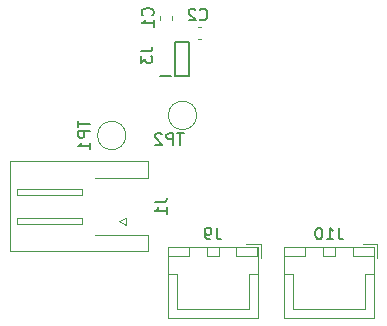
<source format=gbr>
%TF.GenerationSoftware,KiCad,Pcbnew,8.0.8*%
%TF.CreationDate,2025-02-05T17:51:18+01:00*%
%TF.ProjectId,Janus_finalV,4a616e75-735f-4666-996e-616c562e6b69,rev?*%
%TF.SameCoordinates,Original*%
%TF.FileFunction,Legend,Bot*%
%TF.FilePolarity,Positive*%
%FSLAX46Y46*%
G04 Gerber Fmt 4.6, Leading zero omitted, Abs format (unit mm)*
G04 Created by KiCad (PCBNEW 8.0.8) date 2025-02-05 17:51:18*
%MOMM*%
%LPD*%
G01*
G04 APERTURE LIST*
%ADD10C,0.150000*%
%ADD11C,0.120000*%
%ADD12C,0.200000*%
G04 APERTURE END LIST*
D10*
X126211904Y-72604819D02*
X125640476Y-72604819D01*
X125926190Y-73604819D02*
X125926190Y-72604819D01*
X125307142Y-73604819D02*
X125307142Y-72604819D01*
X125307142Y-72604819D02*
X124926190Y-72604819D01*
X124926190Y-72604819D02*
X124830952Y-72652438D01*
X124830952Y-72652438D02*
X124783333Y-72700057D01*
X124783333Y-72700057D02*
X124735714Y-72795295D01*
X124735714Y-72795295D02*
X124735714Y-72938152D01*
X124735714Y-72938152D02*
X124783333Y-73033390D01*
X124783333Y-73033390D02*
X124830952Y-73081009D01*
X124830952Y-73081009D02*
X124926190Y-73128628D01*
X124926190Y-73128628D02*
X125307142Y-73128628D01*
X124354761Y-72700057D02*
X124307142Y-72652438D01*
X124307142Y-72652438D02*
X124211904Y-72604819D01*
X124211904Y-72604819D02*
X123973809Y-72604819D01*
X123973809Y-72604819D02*
X123878571Y-72652438D01*
X123878571Y-72652438D02*
X123830952Y-72700057D01*
X123830952Y-72700057D02*
X123783333Y-72795295D01*
X123783333Y-72795295D02*
X123783333Y-72890533D01*
X123783333Y-72890533D02*
X123830952Y-73033390D01*
X123830952Y-73033390D02*
X124402380Y-73604819D01*
X124402380Y-73604819D02*
X123783333Y-73604819D01*
X128983333Y-80604819D02*
X128983333Y-81319104D01*
X128983333Y-81319104D02*
X129030952Y-81461961D01*
X129030952Y-81461961D02*
X129126190Y-81557200D01*
X129126190Y-81557200D02*
X129269047Y-81604819D01*
X129269047Y-81604819D02*
X129364285Y-81604819D01*
X128459523Y-81604819D02*
X128269047Y-81604819D01*
X128269047Y-81604819D02*
X128173809Y-81557200D01*
X128173809Y-81557200D02*
X128126190Y-81509580D01*
X128126190Y-81509580D02*
X128030952Y-81366723D01*
X128030952Y-81366723D02*
X127983333Y-81176247D01*
X127983333Y-81176247D02*
X127983333Y-80795295D01*
X127983333Y-80795295D02*
X128030952Y-80700057D01*
X128030952Y-80700057D02*
X128078571Y-80652438D01*
X128078571Y-80652438D02*
X128173809Y-80604819D01*
X128173809Y-80604819D02*
X128364285Y-80604819D01*
X128364285Y-80604819D02*
X128459523Y-80652438D01*
X128459523Y-80652438D02*
X128507142Y-80700057D01*
X128507142Y-80700057D02*
X128554761Y-80795295D01*
X128554761Y-80795295D02*
X128554761Y-81033390D01*
X128554761Y-81033390D02*
X128507142Y-81128628D01*
X128507142Y-81128628D02*
X128459523Y-81176247D01*
X128459523Y-81176247D02*
X128364285Y-81223866D01*
X128364285Y-81223866D02*
X128173809Y-81223866D01*
X128173809Y-81223866D02*
X128078571Y-81176247D01*
X128078571Y-81176247D02*
X128030952Y-81128628D01*
X128030952Y-81128628D02*
X127983333Y-81033390D01*
X123754819Y-78466666D02*
X124469104Y-78466666D01*
X124469104Y-78466666D02*
X124611961Y-78419047D01*
X124611961Y-78419047D02*
X124707200Y-78323809D01*
X124707200Y-78323809D02*
X124754819Y-78180952D01*
X124754819Y-78180952D02*
X124754819Y-78085714D01*
X124754819Y-79466666D02*
X124754819Y-78895238D01*
X124754819Y-79180952D02*
X123754819Y-79180952D01*
X123754819Y-79180952D02*
X123897676Y-79085714D01*
X123897676Y-79085714D02*
X123992914Y-78990476D01*
X123992914Y-78990476D02*
X124040533Y-78895238D01*
X117254819Y-71538095D02*
X117254819Y-72109523D01*
X118254819Y-71823809D02*
X117254819Y-71823809D01*
X118254819Y-72442857D02*
X117254819Y-72442857D01*
X117254819Y-72442857D02*
X117254819Y-72823809D01*
X117254819Y-72823809D02*
X117302438Y-72919047D01*
X117302438Y-72919047D02*
X117350057Y-72966666D01*
X117350057Y-72966666D02*
X117445295Y-73014285D01*
X117445295Y-73014285D02*
X117588152Y-73014285D01*
X117588152Y-73014285D02*
X117683390Y-72966666D01*
X117683390Y-72966666D02*
X117731009Y-72919047D01*
X117731009Y-72919047D02*
X117778628Y-72823809D01*
X117778628Y-72823809D02*
X117778628Y-72442857D01*
X118254819Y-73966666D02*
X118254819Y-73395238D01*
X118254819Y-73680952D02*
X117254819Y-73680952D01*
X117254819Y-73680952D02*
X117397676Y-73585714D01*
X117397676Y-73585714D02*
X117492914Y-73490476D01*
X117492914Y-73490476D02*
X117540533Y-73395238D01*
X139309523Y-80604819D02*
X139309523Y-81319104D01*
X139309523Y-81319104D02*
X139357142Y-81461961D01*
X139357142Y-81461961D02*
X139452380Y-81557200D01*
X139452380Y-81557200D02*
X139595237Y-81604819D01*
X139595237Y-81604819D02*
X139690475Y-81604819D01*
X138309523Y-81604819D02*
X138880951Y-81604819D01*
X138595237Y-81604819D02*
X138595237Y-80604819D01*
X138595237Y-80604819D02*
X138690475Y-80747676D01*
X138690475Y-80747676D02*
X138785713Y-80842914D01*
X138785713Y-80842914D02*
X138880951Y-80890533D01*
X137690475Y-80604819D02*
X137595237Y-80604819D01*
X137595237Y-80604819D02*
X137499999Y-80652438D01*
X137499999Y-80652438D02*
X137452380Y-80700057D01*
X137452380Y-80700057D02*
X137404761Y-80795295D01*
X137404761Y-80795295D02*
X137357142Y-80985771D01*
X137357142Y-80985771D02*
X137357142Y-81223866D01*
X137357142Y-81223866D02*
X137404761Y-81414342D01*
X137404761Y-81414342D02*
X137452380Y-81509580D01*
X137452380Y-81509580D02*
X137499999Y-81557200D01*
X137499999Y-81557200D02*
X137595237Y-81604819D01*
X137595237Y-81604819D02*
X137690475Y-81604819D01*
X137690475Y-81604819D02*
X137785713Y-81557200D01*
X137785713Y-81557200D02*
X137833332Y-81509580D01*
X137833332Y-81509580D02*
X137880951Y-81414342D01*
X137880951Y-81414342D02*
X137928570Y-81223866D01*
X137928570Y-81223866D02*
X137928570Y-80985771D01*
X137928570Y-80985771D02*
X137880951Y-80795295D01*
X137880951Y-80795295D02*
X137833332Y-80700057D01*
X137833332Y-80700057D02*
X137785713Y-80652438D01*
X137785713Y-80652438D02*
X137690475Y-80604819D01*
X122554819Y-65666666D02*
X123269104Y-65666666D01*
X123269104Y-65666666D02*
X123411961Y-65619047D01*
X123411961Y-65619047D02*
X123507200Y-65523809D01*
X123507200Y-65523809D02*
X123554819Y-65380952D01*
X123554819Y-65380952D02*
X123554819Y-65285714D01*
X122554819Y-66047619D02*
X122554819Y-66666666D01*
X122554819Y-66666666D02*
X122935771Y-66333333D01*
X122935771Y-66333333D02*
X122935771Y-66476190D01*
X122935771Y-66476190D02*
X122983390Y-66571428D01*
X122983390Y-66571428D02*
X123031009Y-66619047D01*
X123031009Y-66619047D02*
X123126247Y-66666666D01*
X123126247Y-66666666D02*
X123364342Y-66666666D01*
X123364342Y-66666666D02*
X123459580Y-66619047D01*
X123459580Y-66619047D02*
X123507200Y-66571428D01*
X123507200Y-66571428D02*
X123554819Y-66476190D01*
X123554819Y-66476190D02*
X123554819Y-66190476D01*
X123554819Y-66190476D02*
X123507200Y-66095238D01*
X123507200Y-66095238D02*
X123459580Y-66047619D01*
X127566666Y-62959580D02*
X127614285Y-63007200D01*
X127614285Y-63007200D02*
X127757142Y-63054819D01*
X127757142Y-63054819D02*
X127852380Y-63054819D01*
X127852380Y-63054819D02*
X127995237Y-63007200D01*
X127995237Y-63007200D02*
X128090475Y-62911961D01*
X128090475Y-62911961D02*
X128138094Y-62816723D01*
X128138094Y-62816723D02*
X128185713Y-62626247D01*
X128185713Y-62626247D02*
X128185713Y-62483390D01*
X128185713Y-62483390D02*
X128138094Y-62292914D01*
X128138094Y-62292914D02*
X128090475Y-62197676D01*
X128090475Y-62197676D02*
X127995237Y-62102438D01*
X127995237Y-62102438D02*
X127852380Y-62054819D01*
X127852380Y-62054819D02*
X127757142Y-62054819D01*
X127757142Y-62054819D02*
X127614285Y-62102438D01*
X127614285Y-62102438D02*
X127566666Y-62150057D01*
X127185713Y-62150057D02*
X127138094Y-62102438D01*
X127138094Y-62102438D02*
X127042856Y-62054819D01*
X127042856Y-62054819D02*
X126804761Y-62054819D01*
X126804761Y-62054819D02*
X126709523Y-62102438D01*
X126709523Y-62102438D02*
X126661904Y-62150057D01*
X126661904Y-62150057D02*
X126614285Y-62245295D01*
X126614285Y-62245295D02*
X126614285Y-62340533D01*
X126614285Y-62340533D02*
X126661904Y-62483390D01*
X126661904Y-62483390D02*
X127233332Y-63054819D01*
X127233332Y-63054819D02*
X126614285Y-63054819D01*
X123559580Y-62633333D02*
X123607200Y-62585714D01*
X123607200Y-62585714D02*
X123654819Y-62442857D01*
X123654819Y-62442857D02*
X123654819Y-62347619D01*
X123654819Y-62347619D02*
X123607200Y-62204762D01*
X123607200Y-62204762D02*
X123511961Y-62109524D01*
X123511961Y-62109524D02*
X123416723Y-62061905D01*
X123416723Y-62061905D02*
X123226247Y-62014286D01*
X123226247Y-62014286D02*
X123083390Y-62014286D01*
X123083390Y-62014286D02*
X122892914Y-62061905D01*
X122892914Y-62061905D02*
X122797676Y-62109524D01*
X122797676Y-62109524D02*
X122702438Y-62204762D01*
X122702438Y-62204762D02*
X122654819Y-62347619D01*
X122654819Y-62347619D02*
X122654819Y-62442857D01*
X122654819Y-62442857D02*
X122702438Y-62585714D01*
X122702438Y-62585714D02*
X122750057Y-62633333D01*
X123654819Y-63585714D02*
X123654819Y-63014286D01*
X123654819Y-63300000D02*
X122654819Y-63300000D01*
X122654819Y-63300000D02*
X122797676Y-63204762D01*
X122797676Y-63204762D02*
X122892914Y-63109524D01*
X122892914Y-63109524D02*
X122940533Y-63014286D01*
D11*
%TO.C,TP2*%
X127300000Y-71100000D02*
G75*
G02*
X124900000Y-71100000I-1200000J0D01*
G01*
X124900000Y-71100000D02*
G75*
G02*
X127300000Y-71100000I1200000J0D01*
G01*
%TO.C,J9*%
X124840000Y-82240000D02*
X124840000Y-88210000D01*
X124840000Y-88210000D02*
X132460000Y-88210000D01*
X124850000Y-82250000D02*
X124850000Y-83000000D01*
X124850000Y-83000000D02*
X126650000Y-83000000D01*
X125600000Y-84500000D02*
X124850000Y-84500000D01*
X125600000Y-87450000D02*
X125600000Y-84500000D01*
X126650000Y-82250000D02*
X124850000Y-82250000D01*
X126650000Y-83000000D02*
X126650000Y-82250000D01*
X128150000Y-82250000D02*
X128150000Y-83000000D01*
X128150000Y-83000000D02*
X129150000Y-83000000D01*
X128650000Y-87450000D02*
X125600000Y-87450000D01*
X128650000Y-87450000D02*
X131700000Y-87450000D01*
X129150000Y-82250000D02*
X128150000Y-82250000D01*
X129150000Y-83000000D02*
X129150000Y-82250000D01*
X130650000Y-82250000D02*
X130650000Y-83000000D01*
X130650000Y-83000000D02*
X132450000Y-83000000D01*
X131700000Y-84500000D02*
X132450000Y-84500000D01*
X131700000Y-87450000D02*
X131700000Y-84500000D01*
X132450000Y-82250000D02*
X130650000Y-82250000D01*
X132450000Y-83000000D02*
X132450000Y-82250000D01*
X132460000Y-82240000D02*
X124840000Y-82240000D01*
X132460000Y-88210000D02*
X132460000Y-82240000D01*
X132750000Y-81950000D02*
X131500000Y-81950000D01*
X132750000Y-83200000D02*
X132750000Y-81950000D01*
%TO.C,J1*%
X111490000Y-74990000D02*
X111490000Y-78800000D01*
X111490000Y-82610000D02*
X111490000Y-78800000D01*
X112100000Y-77300000D02*
X112100000Y-77800000D01*
X112100000Y-77800000D02*
X117600000Y-77800000D01*
X112100000Y-79800000D02*
X112100000Y-80300000D01*
X112100000Y-80300000D02*
X117600000Y-80300000D01*
X117600000Y-77300000D02*
X112100000Y-77300000D01*
X117600000Y-77800000D02*
X117600000Y-77300000D01*
X117600000Y-79800000D02*
X112100000Y-79800000D01*
X117600000Y-80300000D02*
X117600000Y-79800000D01*
X118710000Y-76410000D02*
X123210000Y-76410000D01*
X118710000Y-81190000D02*
X123210000Y-81190000D01*
X120700000Y-80050000D02*
X121300000Y-79750000D01*
X121300000Y-79750000D02*
X121300000Y-80350000D01*
X121300000Y-80350000D02*
X120700000Y-80050000D01*
X123210000Y-74990000D02*
X111490000Y-74990000D01*
X123210000Y-76410000D02*
X123210000Y-74990000D01*
X123210000Y-81190000D02*
X123210000Y-82610000D01*
X123210000Y-82610000D02*
X111490000Y-82610000D01*
%TO.C,TP1*%
X121300000Y-72800000D02*
G75*
G02*
X118900000Y-72800000I-1200000J0D01*
G01*
X118900000Y-72800000D02*
G75*
G02*
X121300000Y-72800000I1200000J0D01*
G01*
%TO.C,J10*%
X134690000Y-82240000D02*
X134690000Y-88210000D01*
X134690000Y-88210000D02*
X142310000Y-88210000D01*
X134700000Y-82250000D02*
X134700000Y-83000000D01*
X134700000Y-83000000D02*
X136500000Y-83000000D01*
X135450000Y-84500000D02*
X134700000Y-84500000D01*
X135450000Y-87450000D02*
X135450000Y-84500000D01*
X136500000Y-82250000D02*
X134700000Y-82250000D01*
X136500000Y-83000000D02*
X136500000Y-82250000D01*
X138000000Y-82250000D02*
X138000000Y-83000000D01*
X138000000Y-83000000D02*
X139000000Y-83000000D01*
X138500000Y-87450000D02*
X135450000Y-87450000D01*
X138500000Y-87450000D02*
X141550000Y-87450000D01*
X139000000Y-82250000D02*
X138000000Y-82250000D01*
X139000000Y-83000000D02*
X139000000Y-82250000D01*
X140500000Y-82250000D02*
X140500000Y-83000000D01*
X140500000Y-83000000D02*
X142300000Y-83000000D01*
X141550000Y-84500000D02*
X142300000Y-84500000D01*
X141550000Y-87450000D02*
X141550000Y-84500000D01*
X142300000Y-82250000D02*
X140500000Y-82250000D01*
X142300000Y-83000000D02*
X142300000Y-82250000D01*
X142310000Y-82240000D02*
X134690000Y-82240000D01*
X142310000Y-88210000D02*
X142310000Y-82240000D01*
X142600000Y-81950000D02*
X141350000Y-81950000D01*
X142600000Y-83200000D02*
X142600000Y-81950000D01*
D12*
%TO.C,J3*%
X125112500Y-67800000D02*
X124212500Y-67800000D01*
X125462500Y-64850000D02*
X126662500Y-64850000D01*
X125462500Y-67750000D02*
X125462500Y-64850000D01*
X126662500Y-64850000D02*
X126662500Y-67750000D01*
X126662500Y-67750000D02*
X125462500Y-67750000D01*
D11*
%TO.C,C2*%
X127708767Y-63590000D02*
X127416233Y-63590000D01*
X127708767Y-64610000D02*
X127416233Y-64610000D01*
%TO.C,C1*%
X124190000Y-62716233D02*
X124190000Y-63008767D01*
X125210000Y-62716233D02*
X125210000Y-63008767D01*
%TD*%
M02*

</source>
